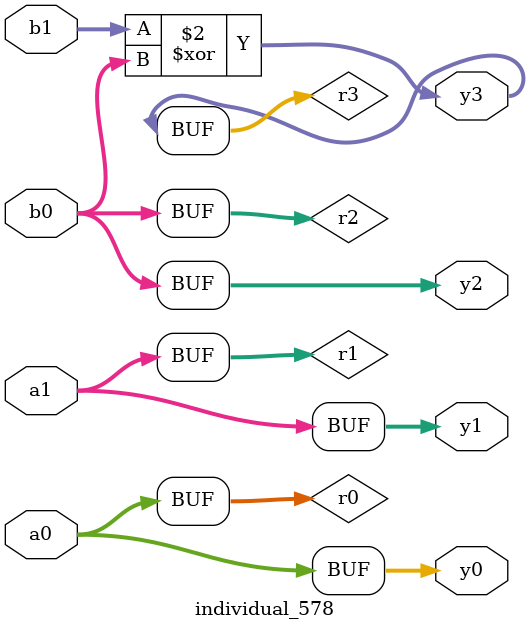
<source format=sv>
module individual_578(input logic [15:0] a1, input logic [15:0] a0, input logic [15:0] b1, input logic [15:0] b0, output logic [15:0] y3, output logic [15:0] y2, output logic [15:0] y1, output logic [15:0] y0);
logic [15:0] r0, r1, r2, r3; 
 always@(*) begin 
	 r0 = a0; r1 = a1; r2 = b0; r3 = b1; 
 	 r3  ^=  r2 ;
 	 y3 = r3; y2 = r2; y1 = r1; y0 = r0; 
end
endmodule
</source>
